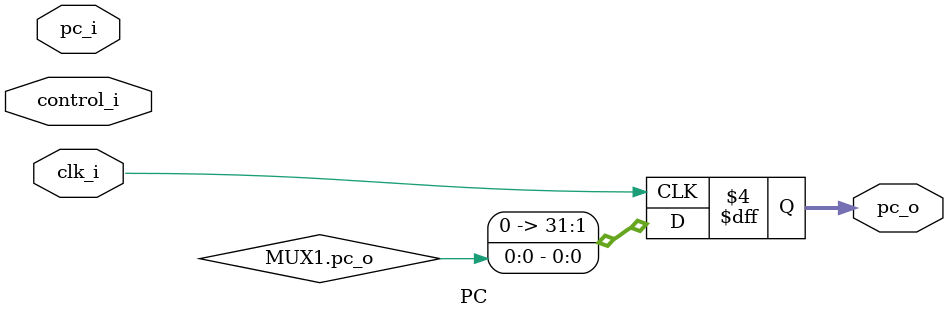
<source format=v>
module PC
(
    clk_i,
    control_i,
    pc_i,
    pc_o
);

input clk_i;
input [1:0] control_i;
input [31:0] pc_i;

output reg [31:0] pc_o;

reg [31:0] pc;

initial
begin
   pc = 32'b0;
end

MUX32 MUX1(
  .data2  (pc+1),
  .data3  (pc_i),
  .select (control_i),
  .pc_o   (pc)
);

always@(posedge clk_i)
begin
  pc <= MUX1.pc_o;
  pc_o <= MUX1.pc_o;
end

endmodule


</source>
